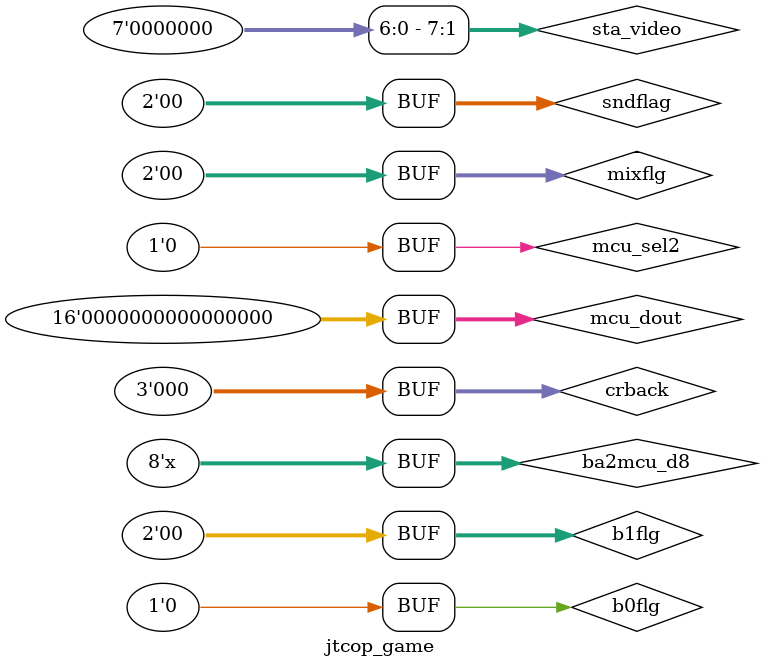
<source format=v>
/*  This file is part of JTCORES.
    JTCORES program is free software: you can redistribute it and/or modify
    it under the terms of the GNU General Public License as published by
    the Free Software Foundation, either version 3 of the License, or
    (at your option) any later version.

    JTCORES program is distributed in the hope that it will be useful,
    but WITHOUT ANY WARRANTY; without even the implied warranty of
    MERCHANTABILITY or FITNESS FOR A PARTICULAR PURPOSE.  See the
    GNU General Public License for more details.

    You should have received a copy of the GNU General Public License
    along with JTCORES.  If not, see <http://www.gnu.org/licenses/>.

    Author: Jose Tejada Gomez. Twitter: @topapate
    Version: 1.0
    Date: 25-9-2021 */

module jtcop_game(
    `include "jtframe_game_ports.inc" // see $JTFRAME/hdl/inc/jtframe_game_ports.inc
);
// CPU interface
wire        objram_cs, mixpsel, obj_copy;
wire [15:0] pal_dout, obj_dout;
wire        UDSWn, LDSWn, main_rnw;

// BAC06 CS signals
wire        fmode_cs, fsft_cs, fmap_cs,
            bmode_cs, bsft_cs, bmap_cs,
            cmode_cs, csft_cs, cmap_cs;

// ROM banks
wire     [ 2:1] sndflag, b1flg, mixflg;
wire     [ 2:0] crback;
wire            b0flg, snd_bank;

// Palette
wire [ 1:0] pal_cs;
wire [ 7:0] prisel;
wire        prio_we;

// Sound
// adpcm_addr[16] is used as an /OE signal on the board
// I'm ignoring that connection here as it isn't relevant
wire [15:0] snd_prea;
wire [17:0] adpcm_prea;
wire [ 7:0] snd_latch;
wire        snreq;

wire        flip;
wire        cen_opl, cen_opn;
wire        mcu_we;

wire [15:0] ba0_dout, ba1_dout, ba2_dout;

reg  [15:0] mcu_dout;
wire [15:0] mcu_din;
wire [ 5:0] mcu_sel;
wire        mcu_sel2;   // this funny name is to keep the schematics' naming
wire        shd_cs;

// HuC Protection
wire [ 7:0] huc_dout;
wire        huc_cs;

// BA2 - MCU interface
wire [ 7:0] ba2mcu_mode_din, ba2mcu_dout;
wire        ba2mcu_rnw;
wire        ba2mcu_mode;
// Cabinet inputs
//wire [ 7:0] game_id;

// Status report
wire [ 7:0] sta_video, std_video, postd,
            st_snd, st_main, pal_dmp, obj_dmp;
reg  [ 7:0] st_mux;
wire [ 1:0] game_id;
wire [21:0] posta;

always @* begin
    post_data = postd;
    post_addr = posta;
end

assign dsn        = { UDSWn, LDSWn };
assign dip_flip   = flip;
assign debug_view = st_dout;
assign st_dout    = st_mux;
assign sta_video  = st_addr;
assign ram_we     = ~main_rnw;
assign ba2mcu_we  = ~ba2mcu_rnw;
assign ba2mcu_din = {2{ba2mcu_dout}};
assign cen_opl    = cen3;
assign cen_opn    = cen1p5;

always @(posedge clk) begin
    st_mux <= 0;
    case( st_addr[7:6] )
        0: st_mux <= st_main;
        1: st_mux <= st_snd;
        2: st_mux <= snd_latch;
        3: st_mux <= std_video;
    endcase
end

/* verilator tracing_off */
jtcop_main u_main(
    .rst        ( rst       ),
    .clk        ( clk       ),
//    .game_id    ( game_id   ),
    // Video
    .LVBL       ( LVBL      ),
    .LHBL       ( LHBL      ),
    // ext interrupts
    .nexirq     ( 1'b1      ), // unused in real hardware
    // MCU
    .mcu_dout   ( mcu_dout  ),
    .mcu_din    ( mcu_din   ),
    .sec        ( mcu_sel   ),
    .sec2       ( mcu_sel2  ),
    // HuC6820
    .huc_cs     ( huc_cs    ),
    .huc_dout   ( huc_dout  ),
    // BA register reads
    .ba0_dout   ( ba0_dout  ),
    .ba1_dout   ( ba1_dout  ),
    .ba2_dout   ( ba2_dout  ),
    // Sound communication
    .snd_latch  ( snd_latch ),
    .snreq      ( snreq     ),
    // Palette
    .prisel     ( prisel    ),
    .pal_cs     ( pal_cs    ),
    .pal_dout   ( pal_dout  ),
    // Video circuitry
    .fmode_cs   ( fmode_cs  ),
    .fsft_cs    ( fsft_cs   ),
    .fmap_cs    ( fmap_cs   ),
    .bmode_cs   ( bmode_cs  ),
    .bsft_cs    ( bsft_cs   ),
    .bmap_cs    ( bmap_cs   ),
    .cmode_cs   ( cmode_cs  ),
    .csft_cs    ( csft_cs   ),
    .cmap_cs    ( cmap_cs   ),
    // Objects
    .obj_cs     ( objram_cs ),
    .obj_copy   ( obj_copy  ),
    .mixpsel    ( mixpsel   ),
    .obj_dout   ( obj_dout  ),

    // CPU bus
    .cpu_addr   ( main_addr ),
    .cpu_dout   ( main_dout ),
    .UDSWn      ( UDSWn     ),
    .LDSWn      ( LDSWn     ),
    .RnW        ( main_rnw  ),
    // cabinet I/O
    .joystick1   ( joystick1  ),
    .joystick2   ( joystick2  ),
    .joyana1     ( joyana_r1  ),
    .joyana2     ( joyana_r2  ),
    .dial_x      ( dial_x     ),
    .dial_y      ( dial_y     ),
    .cab_1p      ( cab_1p[1:0]),
    .coin        ( coin[1:0]  ),
    .service     ( service    ),
    // RAM access
    .ram_cs      ( ram_cs     ),
    .ram_data    ( ram_data   ),
    .ram_ok      ( ram_ok     ),
    // ROM access
    .rom_cs      ( main_cs    ),
    .rom_data    ( main_data  ),
    .rom_ok      ( main_ok    ),
    // DIP switches
    .dip_pause   ( dip_pause  ),
    .dip_test    ( dip_test   ),
    .dipsw_a     ( dipsw[ 7:0]),
    .dipsw_b     ( dipsw[15:8]),
    // Status report
    //.debug_bus   ( debug_bus  ),
    .st_addr     ( st_addr    ),
    .st_dout     ( st_main    )
);
/* verilator tracing_off */
jtcop_video u_video(
    .rst        ( rst       ),
    .clk        ( clk       ),
    .clk_cpu    ( clk       ),

    .pxl2_cen   ( pxl2_cen  ),
    .pxl_cen    ( pxl_cen   ),
    .gfx_en     ( gfx_en    ),

    .game_id    ( game_id   ),
    .ioctl_ram  ( 1'b0      ),
    .ioctl_addr ( ioctl_addr[10:0]),
    .pal_dmp    ( pal_dmp   ),
    .obj_dmp    ( obj_dmp   ),

    // CPU interface
    .cpu_addr   ( main_addr[12:1]  ),

    // MCU interface
    .mcu_addr   ( ba2mcu_addr[10:1]),
    .mcu_dout   ( ba2mcu_dout  ),
    .mcu_din    ( ba2mcu_mode_din ),
    .mcu_rnw    ( ba2mcu_rnw   ),
    .mcu_dsn    ( ba2mcu_dsn   ),
    .mcu_mode   ( ba2mcu_mode  ),

    // Register reads
    .ba0_dout   ( ba0_dout  ),
    .ba1_dout   ( ba1_dout  ),
    .ba2_dout   ( ba2_dout  ),

    // Object
    .objram_cs  ( objram_cs ),
    .mixpsel    ( mixpsel   ),
    .obj_dout   ( obj_dout  ),
    .obj_copy   ( obj_copy  ),

    .fmode_cs   ( fmode_cs  ),
    .bmode_cs   ( bmode_cs  ),
    .cmode_cs   ( cmode_cs  ),

    .cpu_dout   ( main_dout ),
    .cpu_dsn    ( dsn       ),
    .cpu_rnw    ( main_rnw  ),

    // Palette
    .pal_cs     ( pal_cs    ),
    .prisel     ( prisel    ),
    .pal_dout   ( pal_dout  ),
    .prio_we    ( prio_we   ),
    .prog_addr  ( posta[9:0]),
    .prom_din   (prog_data[3:0]),

    .flip        ( flip       ),

    // SDRAM interface
    .b0ram_cs    ( b0ram_cs   ),
    .b0ram_addr  ( b0ram_addr ),
    .b0ram_data  ( b0ram_data ),
    .b0ram_ok    ( b0ram_ok   ),

    .b1ram_cs    ( b1ram_cs   ),
    .b1ram_addr  ( b1ram_addr ),
    .b1ram_data  ( b1ram_data ),
    .b1ram_ok    ( b1ram_ok   ),

    .b2ram_cs    ( b2ram_cs   ),
    .b2ram_addr  ( b2ram_addr ),
    .b2ram_data  ( b2ram_data ),
    .b2ram_ok    ( b2ram_ok   ),

    .b0rom_ok    ( b0rom_ok   ),
    .b0rom_cs    ( b0rom_cs   ),
    .b0rom_addr  ( b0rom_addr ),
    .b0rom_data  ( b0rom_data ),

    .b1rom_cs    ( b1rom_cs   ),
    .b1rom_ok    ( b1rom_ok   ),
    .b1rom_addr  ( b1rom_addr ),
    .b1rom_data  ( b1rom_data ),

    .b2rom_cs    ( b2rom_cs   ),
    .b2rom_ok    ( b2rom_ok   ),
    .b2rom_addr  ( b2rom_addr ),
    .b2rom_data  ( b2rom_data ),

    .orom_ok     ( obj_ok     ),
    .orom_cs     ( obj_cs     ),
    .orom_addr   ( obj_addr   ),
    .orom_data   ( obj_data   ),

    // Video signal
    .HS         ( HS        ),
    .VS         ( VS        ),
    .LHBL_dly   ( LHBL      ),
    .LVBL_dly   ( LVBL      ),
    .red        ( red       ),
    .green      ( green     ),
    .blue       ( blue      ),
    // debug
    .st_addr    ( sta_video ),
    .st_dout    ( std_video ),
    .debug_bus  ( debug_bus )
);

/* verilator tracing_on */
// NB: this module is different for jtmidres
jtcop_snd u_sound(
    .rst        ( rst       ),
    .clk        ( clk       ),
    .cen6       ( cen6      ),
    .cen_opn    ( cen_opn   ),
    .cen_opl    ( cen_opl   ),

    // From main CPU
    .snreq      ( snreq     ),
    .latch      ( snd_latch ),
    .snd_bank   ( snd_bank  ),

    // ROM
    .rom_addr   ( snd_prea  ),
    .rom_cs     ( snd_cs    ),
    .rom_data   ( snd_data  ),
    .rom_ok     ( snd_ok    ),

    // ADPCM ROM
    .adpcm_addr ( adpcm_prea),
    .adpcm_cs   ( adpcm_cs  ),
    .adpcm_data ( adpcm_data),
    .adpcm_ok   ( adpcm_ok  ),

    // Sound channels
    .opn        ( opn       ),
    .opl        ( opl       ),
    .psg        ( psg       ),
    .pcm        ( pcm       ),
    .status     ( st_snd    )
);
/* verilator tracing_off */
`ifdef MCU
    wire [7:0] mcu_p0o, mcu_p1o, mcu_p2o, mcu_p3o, mcu_p3i;
    reg  [7:0] mcu_p0i;
    reg        mcu_intn, mcu_sel0l;
    wire       mcu_wrlo, mcu_wrhi, mcu_rdhi, mcu_rdlo, cen_mcu;

    assign mcu_p3i = { mcu_sel[5:3], mcu_p3o[4:0] };
    assign { sndflag, b1flg, b0flg, mixflg } = mcu_p1o[6:0];
    assign crback = mcu_p3o[2:0];
    assign mcu_sel2 = mcu_p2o[2];
    assign mcu_rdhi = ~mcu_p2o[4];
    assign mcu_rdlo = ~mcu_p2o[5];
    assign mcu_wrlo = ~mcu_p2o[6];
    assign mcu_wrhi = ~mcu_p2o[7];

    always @(posedge clk24, posedge  rst24) begin
        if( rst24 ) begin
            mcu_sel0l <= 0;
            mcu_intn <= 1;
            mcu_p0i  <= 0;
            mcu_dout <= 0;
        end else begin
            mcu_sel0l <= mcu_sel[0];

            if( !mcu_p2o[3] )
                mcu_intn <= 1;
            else if( mcu_sel[0] & ~mcu_sel0l )
                mcu_intn <= 0;

            // MCU reads
            if( mcu_rdhi )
                mcu_p0i <= mcu_din[15:8];
            if( mcu_rdlo )
                mcu_p0i <= mcu_din[7:0];

            // MCU writes
            if( mcu_wrhi )
                mcu_dout[15:8] <= mcu_p0o;
            if( mcu_wrlo )
                mcu_dout[7:0] <= mcu_p0o;
        end
    end

    wire nc;
    jtframe_frac_cen #(.WC(3)) u_cenmcu(
        .clk ( clk24    ),
        .n   ( 3'd1     ),
        .m   ( 3'd3     ),
        .cen ({nc,cen_mcu}),
        .cenb(          )
    );

    jtframe_8751mcu #(
        .ROMBIN     ("../../../../rom/ei31.9a"),
        .DIVCEN     ( 1             ),
        .SYNC_XDATA ( 1             ),
        //.SYNC_P1    ( 1             ),
        .SYNC_INT   ( 1             )
    ) u_mcu(
        .rst        ( rst24         ),
        .clk        ( clk24         ),
        .cen        ( cen_mcu       ),

        .int0n      ( 1'b1          ),
        .int1n      ( mcu_intn      ),

        .p0_i       ( mcu_p0i       ),
        .p1_i       ( mcu_p1o       ), // used as outputs only
        .p2_i       ( mcu_p2o       ), // used as outputs only
        .p3_i       ( mcu_p3i       ),

        .p0_o       ( mcu_p0o       ),
        .p1_o       ( mcu_p1o       ),
        .p2_o       ( mcu_p2o       ),
        .p3_o       ( mcu_p3o       ),

        // external memory
        .x_din      ( 8'h0          ),
        .x_dout     (               ),
        .x_addr     (               ),
        .x_wr       (               ),
        .x_acc      (               ),

        // ROM programming
        .clk_rom    ( clk           ),
        .prog_addr  ( prog_addr[11:0] ),
        .prom_din   ( prog_data[7:0]),
        .prom_we    ( mcu_we        )
    );
`else
    assign { sndflag, b1flg, b0flg, mixflg } = 0;
    assign crback    = 0;
    assign mcu_sel2  = 0;
    initial mcu_dout = 0;
`endif
/* verilator tracing_on */
`ifndef NOHUC
    wire [7:0] ba2mcu_d8 = mcu_addr[0] ? ba2mcu_data[15:8] : ba2mcu_data[7:0];

    jtcop_prot u_prot(
        .rst        ( rst24     ),
        .clk        ( clk24     ),
        .clk_cpu    ( clk       ),
        .LVBL       ( LVBL      ),
        .game_id    ( game_id   ),

        .main_addr  ( main_addr[11:1] ),  // only 2kB are shared
        .main_dout  ( main_dout[ 7:0] ),
        .main_din   ( huc_dout  ),
        .main_cs    ( huc_cs    ),
        .main_wrn   ( main_rnw | LDSWn  ),

        // BA2 interfcae
        .ba2mcu_mode( ba2mcu_mode   ),
        .ba2mcu_mode_din(ba2mcu_mode_din),
        .ba2mcu_cs  ( ba2mcu_cs     ),
        .ba2mcu_ok  ( ba2mcu_ok     ),
        .ba2mcu_dout( ba2mcu_dout   ),
        .ba2mcu_addr( ba2mcu_addr   ),
        .ba2mcu_data( ba2mcu_d8     ),
        .ba2mcu_dsn ( ba2mcu_dsn    ),
        .ba2mcu_rnw ( ba2mcu_rnw    ),

        .mcu_addr   ( mcu_addr  ),
        .mcu_data   ( mcu_data  ),
        .mcu_cs     ( mcu_cs    ),
        .mcu_ok     ( mcu_ok    )
    );
`else
    assign ba2mcu_dsn  = 3;
    assign ba2mcu_addr = 0;
    assign ba2mcu_rnw  = 1;
    assign ba2mcu_cs   = 0;
    assign ba2mcu_dout = 0;
    assign ba2mcu_mode = 0;
    assign huc_dout = 0;
    assign mcu_cs   = 0;
    assign mcu_addr = 0;
`endif

jtcop_sdram u_sdram(
    .clk            ( clk           ),
    .main_addr      ( main_addr     ),
    .ram_addr       ( ram_addr      ),
    .fsft_cs        ( fsft_cs       ),
    .fmap_cs        ( fmap_cs       ),
    .bsft_cs        ( bsft_cs       ),
    .bmap_cs        ( bmap_cs       ),
    .csft_cs        ( csft_cs       ),
    .cmap_cs        ( cmap_cs       ),
    .sndflag        ( sndflag       ),
    .snd_bank       ( snd_bank      ),
    .mcu_we         ( mcu_we        ),
    .prio_we        ( prio_we       ),
    .snd_prea       ( snd_prea      ),
    .snd_addr       ( snd_addr      ),
    .adpcm_prea     ( adpcm_prea    ),
    .adpcm_addr     ( adpcm_addr    ),
    .game_id        ( game_id       ),
    .ba2mcu_addr    ( ba2mcu_addr   ),
    .ioctl_addr     ( ioctl_addr    ),
    .prog_addr      ( prog_addr     ),
    .prog_ba        ( prog_ba       ),
    .post_addr      ( posta         ),
    .prog_data      ( prog_data     ),
    .post_data      ( postd         ),
    .prom_we        ( prom_we       ),
    .prog_we        ( prog_we       )
);

endmodule

</source>
